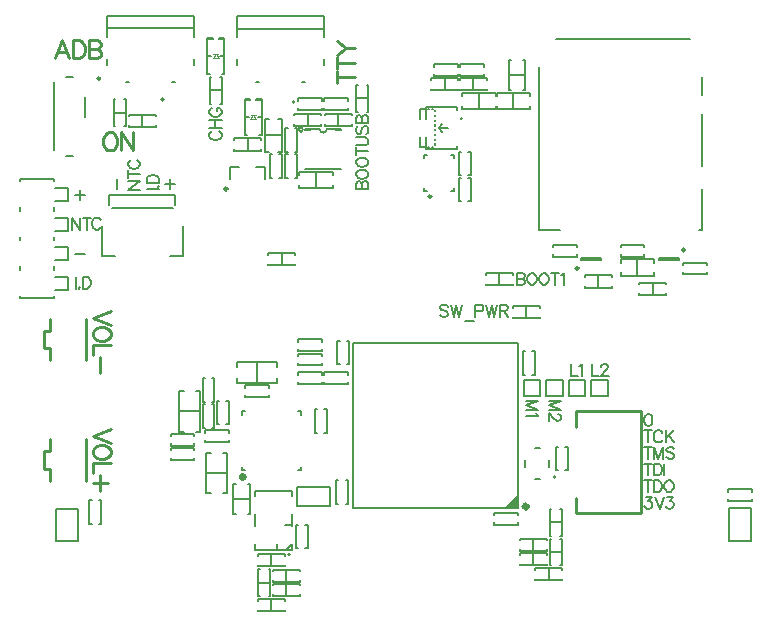
<source format=gto>
G04*
G04 #@! TF.GenerationSoftware,Altium Limited,Altium Designer,19.0.15 (446)*
G04*
G04 Layer_Color=65535*
%FSLAX42Y42*%
%MOMM*%
G71*
G01*
G75*
%ADD10C,0.25*%
%ADD11C,0.25*%
%ADD12C,0.20*%
%ADD13C,0.50*%
%ADD14C,0.10*%
%ADD15C,0.20*%
%ADD16C,0.38*%
%ADD17C,0.13*%
%ADD18C,0.15*%
%ADD19C,0.15*%
%ADD20C,0.18*%
G36*
X3870Y-4020D02*
X3970Y-3920D01*
Y-4020D01*
X3870D01*
D02*
G37*
D10*
X3492Y-720D02*
G03*
X3492Y-720I-2J0D01*
G01*
X3235Y-1380D02*
G03*
X3235Y-1380I-10J0D01*
G01*
X4460Y-4060D02*
Y-3930D01*
Y-4060D02*
X5010D01*
Y-3200D01*
X4460D02*
X5010D01*
X4460Y-3330D02*
Y-3200D01*
X10Y-3785D02*
Y-3685D01*
X-40D02*
X10D01*
X-40D02*
Y-3535D01*
X10D01*
Y-3435D01*
X310Y-3785D02*
Y-3435D01*
X10Y-2765D02*
Y-2665D01*
X-40D02*
X10D01*
X-40D02*
Y-2515D01*
X10D01*
Y-2415D01*
X310Y-2765D02*
Y-2415D01*
X522Y-2350D02*
X370Y-2408D01*
X522Y-2466D02*
X370Y-2408D01*
X522Y-2529D02*
X515Y-2515D01*
X501Y-2500D01*
X486Y-2493D01*
X464Y-2486D01*
X428D01*
X406Y-2493D01*
X392Y-2500D01*
X377Y-2515D01*
X370Y-2529D01*
Y-2558D01*
X377Y-2573D01*
X392Y-2587D01*
X406Y-2595D01*
X428Y-2602D01*
X464D01*
X486Y-2595D01*
X501Y-2587D01*
X515Y-2573D01*
X522Y-2558D01*
Y-2529D01*
Y-2637D02*
X370D01*
Y-2724D01*
X435Y-2741D02*
Y-2872D01*
X2438Y-369D02*
X2590D01*
X2438Y-420D02*
Y-318D01*
Y-249D02*
X2590D01*
X2438Y-300D02*
Y-199D01*
Y-181D02*
X2510Y-123D01*
X2590D01*
X2438Y-64D02*
X2510Y-123D01*
X522Y-3350D02*
X370Y-3408D01*
X522Y-3466D02*
X370Y-3408D01*
X522Y-3529D02*
X515Y-3515D01*
X501Y-3500D01*
X486Y-3493D01*
X464Y-3486D01*
X428D01*
X406Y-3493D01*
X392Y-3500D01*
X377Y-3515D01*
X370Y-3529D01*
Y-3558D01*
X377Y-3573D01*
X392Y-3587D01*
X406Y-3595D01*
X428Y-3602D01*
X464D01*
X486Y-3595D01*
X501Y-3587D01*
X515Y-3573D01*
X522Y-3558D01*
Y-3529D01*
Y-3637D02*
X370D01*
Y-3724D01*
X501Y-3806D02*
X370D01*
X435Y-3741D02*
Y-3872D01*
X504Y-838D02*
X489Y-845D01*
X475Y-859D01*
X467Y-874D01*
X460Y-896D01*
Y-932D01*
X467Y-954D01*
X475Y-968D01*
X489Y-983D01*
X504Y-990D01*
X533D01*
X547Y-983D01*
X562Y-968D01*
X569Y-954D01*
X576Y-932D01*
Y-896D01*
X569Y-874D01*
X562Y-859D01*
X547Y-845D01*
X533Y-838D01*
X504D01*
X612D02*
Y-990D01*
Y-838D02*
X713Y-990D01*
Y-838D02*
Y-990D01*
X166Y-210D02*
X108Y-58D01*
X50Y-210D01*
X72Y-159D02*
X144D01*
X202Y-58D02*
Y-210D01*
Y-58D02*
X252D01*
X274Y-65D01*
X289Y-79D01*
X296Y-94D01*
X303Y-116D01*
Y-152D01*
X296Y-174D01*
X289Y-188D01*
X274Y-203D01*
X252Y-210D01*
X202D01*
X337Y-58D02*
Y-210D01*
Y-58D02*
X403D01*
X424Y-65D01*
X432Y-72D01*
X439Y-87D01*
Y-101D01*
X432Y-116D01*
X424Y-123D01*
X403Y-130D01*
X337D02*
X403D01*
X424Y-137D01*
X432Y-145D01*
X439Y-159D01*
Y-181D01*
X432Y-195D01*
X424Y-203D01*
X403Y-210D01*
X337D01*
D11*
X430Y-380D02*
G03*
X430Y-380I-10J0D01*
G01*
X5383Y-1833D02*
G03*
X5383Y-1833I-12J0D01*
G01*
X4483Y-1988D02*
G03*
X4483Y-1988I-12J0D01*
G01*
X1510Y-1315D02*
G03*
X1510Y-1315I-12J0D01*
G01*
D12*
X4290Y-3755D02*
G03*
X4290Y-3755I-10J0D01*
G01*
X970Y-560D02*
G03*
X970Y-560I-10J0D01*
G01*
X2080Y-580D02*
G03*
X2080Y-580I-10J0D01*
G01*
X2040Y-4410D02*
G03*
X2040Y-4410I-10J0D01*
G01*
X5165Y-1920D02*
X5335D01*
X5165Y-1900D02*
X5335D01*
X5165Y-1920D02*
Y-1900D01*
X5335Y-1920D02*
Y-1900D01*
X4505D02*
X4675D01*
X4505Y-1920D02*
X4675D01*
Y-1900D01*
X4505Y-1920D02*
Y-1900D01*
X3870Y-4020D02*
X3970Y-3920D01*
Y-4020D02*
Y-2620D01*
X2570Y-4020D02*
Y-2620D01*
Y-4020D02*
X3970D01*
X2570Y-2620D02*
X3970D01*
X490Y-28D02*
Y43D01*
Y-267D02*
Y-217D01*
X650Y-407D02*
X680D01*
X1040D02*
X1070D01*
X1230Y-267D02*
Y-217D01*
Y-28D02*
Y43D01*
X490D02*
X1230D01*
Y152D01*
X490D02*
X1230D01*
X490Y43D02*
Y152D01*
X4290Y-50D02*
X5430D01*
X4150Y-1660D02*
Y-280D01*
Y-1660D02*
X4330D01*
X5500D02*
X5530D01*
Y-1320D01*
Y-1120D02*
Y-680D01*
Y-520D02*
Y-370D01*
X1590Y40D02*
Y150D01*
X2330D01*
Y40D02*
Y150D01*
X1590Y40D02*
X2330D01*
Y-30D02*
Y40D01*
Y-270D02*
Y-220D01*
X2140Y-410D02*
X2170D01*
X1750D02*
X1780D01*
X1590Y-270D02*
Y-220D01*
Y-30D02*
Y40D01*
X1752Y-1130D02*
X1830D01*
Y-1230D02*
Y-1130D01*
X1530D02*
X1608D01*
X1530Y-1230D02*
Y-1130D01*
X2170Y-815D02*
X2211D01*
X2429D02*
X2470D01*
X2170Y-1145D02*
X2211D01*
X2429D02*
X2470D01*
X-250Y-1250D02*
Y-1230D01*
X40D01*
Y-1250D02*
Y-1230D01*
X-250Y-2240D02*
Y-2220D01*
Y-2240D02*
X40D01*
Y-2220D01*
X50Y-2170D02*
X160D01*
Y-2060D01*
X50D02*
X160D01*
X50Y-1810D02*
X160D01*
Y-1920D02*
Y-1810D01*
X50Y-1920D02*
X160D01*
X50Y-1560D02*
X160D01*
Y-1670D02*
Y-1560D01*
X50Y-1670D02*
X160D01*
X50Y-1310D02*
X160D01*
Y-1420D02*
Y-1310D01*
X50Y-1420D02*
X160D01*
X-250Y-1500D02*
Y-1470D01*
Y-1750D02*
Y-1720D01*
Y-2000D02*
Y-1970D01*
X40Y-1500D02*
Y-1470D01*
Y-1750D02*
Y-1720D01*
Y-2000D02*
Y-1970D01*
X1740Y-4170D02*
Y-4070D01*
X2060Y-4170D02*
Y-4070D01*
X1740Y-4370D02*
Y-4320D01*
Y-4370D02*
X2060D01*
Y-4320D01*
X1740Y-3920D02*
Y-3870D01*
X2060D01*
Y-3920D02*
Y-3870D01*
X2010Y-4370D02*
X2060Y-4320D01*
X2000Y-4160D02*
X2060D01*
X1930Y-4370D02*
Y-4320D01*
D13*
X4047Y-4005D02*
G03*
X4047Y-4005I-12J0D01*
G01*
D14*
X2135Y-815D02*
G03*
X2135Y-815I-5J0D01*
G01*
X1410Y-173D02*
X1435Y-208D01*
X1410D02*
X1435D01*
X1410Y-173D02*
X1432D01*
X1388D02*
X1410D01*
X1385Y-208D02*
X1410D01*
X1385D02*
X1410Y-173D01*
X1730Y-688D02*
X1755Y-722D01*
X1730D02*
X1755D01*
X1730Y-688D02*
X1752D01*
X1708D02*
X1730D01*
X1705Y-722D02*
X1730D01*
X1705D02*
X1730Y-688D01*
D15*
X2290Y-810D02*
G03*
X2350Y-810I30J0D01*
G01*
X2148Y-815D02*
G03*
X2148Y-815I-18J0D01*
G01*
X2350Y-810D02*
X2470D01*
X2170D02*
X2290D01*
X2170Y-1150D02*
X2470D01*
X2599Y-1320D02*
X2701D01*
X2599D02*
Y-1276D01*
X2604Y-1262D01*
X2609Y-1257D01*
X2619Y-1252D01*
X2628D01*
X2638Y-1257D01*
X2643Y-1262D01*
X2648Y-1276D01*
Y-1320D02*
Y-1276D01*
X2652Y-1262D01*
X2657Y-1257D01*
X2667Y-1252D01*
X2681D01*
X2691Y-1257D01*
X2696Y-1262D01*
X2701Y-1276D01*
Y-1320D01*
X2599Y-1201D02*
X2604Y-1210D01*
X2614Y-1220D01*
X2623Y-1225D01*
X2638Y-1230D01*
X2662D01*
X2677Y-1225D01*
X2686Y-1220D01*
X2696Y-1210D01*
X2701Y-1201D01*
Y-1181D01*
X2696Y-1172D01*
X2686Y-1162D01*
X2677Y-1157D01*
X2662Y-1152D01*
X2638D01*
X2623Y-1157D01*
X2614Y-1162D01*
X2604Y-1172D01*
X2599Y-1181D01*
Y-1201D01*
Y-1099D02*
X2604Y-1109D01*
X2614Y-1119D01*
X2623Y-1124D01*
X2638Y-1128D01*
X2662D01*
X2677Y-1124D01*
X2686Y-1119D01*
X2696Y-1109D01*
X2701Y-1099D01*
Y-1080D01*
X2696Y-1070D01*
X2686Y-1061D01*
X2677Y-1056D01*
X2662Y-1051D01*
X2638D01*
X2623Y-1056D01*
X2614Y-1061D01*
X2604Y-1070D01*
X2599Y-1080D01*
Y-1099D01*
Y-993D02*
X2701D01*
X2599Y-1027D02*
Y-960D01*
Y-948D02*
X2672D01*
X2686Y-943D01*
X2696Y-933D01*
X2701Y-919D01*
Y-909D01*
X2696Y-894D01*
X2686Y-885D01*
X2672Y-880D01*
X2599D01*
X2614Y-784D02*
X2604Y-794D01*
X2599Y-808D01*
Y-828D01*
X2604Y-842D01*
X2614Y-852D01*
X2623D01*
X2633Y-847D01*
X2638Y-842D01*
X2643Y-832D01*
X2652Y-803D01*
X2657Y-794D01*
X2662Y-789D01*
X2672Y-784D01*
X2686D01*
X2696Y-794D01*
X2701Y-808D01*
Y-828D01*
X2696Y-842D01*
X2686Y-852D01*
X2599Y-761D02*
X2701D01*
X2599D02*
Y-718D01*
X2604Y-703D01*
X2609Y-698D01*
X2619Y-694D01*
X2628D01*
X2638Y-698D01*
X2643Y-703D01*
X2648Y-718D01*
Y-761D02*
Y-718D01*
X2652Y-703D01*
X2657Y-698D01*
X2667Y-694D01*
X2681D01*
X2691Y-698D01*
X2696Y-703D01*
X2701Y-718D01*
Y-761D01*
X3378Y-2313D02*
X3368Y-2303D01*
X3354Y-2298D01*
X3334D01*
X3320Y-2303D01*
X3310Y-2313D01*
Y-2323D01*
X3315Y-2332D01*
X3320Y-2337D01*
X3329Y-2342D01*
X3358Y-2352D01*
X3368Y-2356D01*
X3373Y-2361D01*
X3378Y-2371D01*
Y-2385D01*
X3368Y-2395D01*
X3354Y-2400D01*
X3334D01*
X3320Y-2395D01*
X3310Y-2385D01*
X3400Y-2298D02*
X3425Y-2400D01*
X3449Y-2298D02*
X3425Y-2400D01*
X3449Y-2298D02*
X3473Y-2400D01*
X3497Y-2298D02*
X3473Y-2400D01*
X3518Y-2434D02*
X3595D01*
X3608Y-2352D02*
X3651D01*
X3666Y-2347D01*
X3671Y-2342D01*
X3676Y-2332D01*
Y-2318D01*
X3671Y-2308D01*
X3666Y-2303D01*
X3651Y-2298D01*
X3608D01*
Y-2400D01*
X3698Y-2298D02*
X3723Y-2400D01*
X3747Y-2298D02*
X3723Y-2400D01*
X3747Y-2298D02*
X3771Y-2400D01*
X3795Y-2298D02*
X3771Y-2400D01*
X3815Y-2298D02*
Y-2400D01*
Y-2298D02*
X3859D01*
X3874Y-2303D01*
X3878Y-2308D01*
X3883Y-2318D01*
Y-2327D01*
X3878Y-2337D01*
X3874Y-2342D01*
X3859Y-2347D01*
X3815D01*
X3849D02*
X3883Y-2400D01*
X3960Y-2028D02*
Y-2130D01*
Y-2028D02*
X4004D01*
X4018Y-2033D01*
X4023Y-2038D01*
X4028Y-2048D01*
Y-2057D01*
X4023Y-2067D01*
X4018Y-2072D01*
X4004Y-2077D01*
X3960D02*
X4004D01*
X4018Y-2082D01*
X4023Y-2086D01*
X4028Y-2096D01*
Y-2111D01*
X4023Y-2120D01*
X4018Y-2125D01*
X4004Y-2130D01*
X3960D01*
X4079Y-2028D02*
X4070Y-2033D01*
X4060Y-2043D01*
X4055Y-2053D01*
X4050Y-2067D01*
Y-2091D01*
X4055Y-2106D01*
X4060Y-2115D01*
X4070Y-2125D01*
X4079Y-2130D01*
X4099D01*
X4108Y-2125D01*
X4118Y-2115D01*
X4123Y-2106D01*
X4128Y-2091D01*
Y-2067D01*
X4123Y-2053D01*
X4118Y-2043D01*
X4108Y-2033D01*
X4099Y-2028D01*
X4079D01*
X4181D02*
X4171Y-2033D01*
X4161Y-2043D01*
X4156Y-2053D01*
X4152Y-2067D01*
Y-2091D01*
X4156Y-2106D01*
X4161Y-2115D01*
X4171Y-2125D01*
X4181Y-2130D01*
X4200D01*
X4210Y-2125D01*
X4219Y-2115D01*
X4224Y-2106D01*
X4229Y-2091D01*
Y-2067D01*
X4224Y-2053D01*
X4219Y-2043D01*
X4210Y-2033D01*
X4200Y-2028D01*
X4181D01*
X4287D02*
Y-2130D01*
X4253Y-2028D02*
X4320D01*
X4332Y-2048D02*
X4342Y-2043D01*
X4357Y-2028D01*
Y-2130D01*
X5074Y-3361D02*
Y-3462D01*
X5040Y-3361D02*
X5108D01*
X5192Y-3385D02*
X5188Y-3375D01*
X5178Y-3366D01*
X5168Y-3361D01*
X5149D01*
X5139Y-3366D01*
X5129Y-3375D01*
X5125Y-3385D01*
X5120Y-3400D01*
Y-3424D01*
X5125Y-3438D01*
X5129Y-3448D01*
X5139Y-3458D01*
X5149Y-3462D01*
X5168D01*
X5178Y-3458D01*
X5188Y-3448D01*
X5192Y-3438D01*
X5221Y-3361D02*
Y-3462D01*
X5289Y-3361D02*
X5221Y-3429D01*
X5245Y-3404D02*
X5289Y-3462D01*
X5074Y-3501D02*
Y-3603D01*
X5040Y-3501D02*
X5108D01*
X5120D02*
Y-3603D01*
Y-3501D02*
X5159Y-3603D01*
X5197Y-3501D02*
X5159Y-3603D01*
X5197Y-3501D02*
Y-3603D01*
X5294Y-3515D02*
X5284Y-3506D01*
X5270Y-3501D01*
X5250D01*
X5236Y-3506D01*
X5226Y-3515D01*
Y-3525D01*
X5231Y-3535D01*
X5236Y-3540D01*
X5246Y-3544D01*
X5275Y-3554D01*
X5284Y-3559D01*
X5289Y-3564D01*
X5294Y-3573D01*
Y-3588D01*
X5284Y-3598D01*
X5270Y-3603D01*
X5250D01*
X5236Y-3598D01*
X5226Y-3588D01*
X5074Y-3641D02*
Y-3742D01*
X5040Y-3641D02*
X5108D01*
X5120D02*
Y-3742D01*
Y-3641D02*
X5154D01*
X5168Y-3646D01*
X5178Y-3655D01*
X5183Y-3665D01*
X5188Y-3680D01*
Y-3704D01*
X5183Y-3718D01*
X5178Y-3728D01*
X5168Y-3738D01*
X5154Y-3742D01*
X5120D01*
X5210Y-3641D02*
Y-3742D01*
X5074Y-3781D02*
Y-3883D01*
X5040Y-3781D02*
X5108D01*
X5120D02*
Y-3883D01*
Y-3781D02*
X5154D01*
X5168Y-3786D01*
X5178Y-3795D01*
X5183Y-3805D01*
X5188Y-3820D01*
Y-3844D01*
X5183Y-3858D01*
X5178Y-3868D01*
X5168Y-3878D01*
X5154Y-3883D01*
X5120D01*
X5239Y-3781D02*
X5230Y-3786D01*
X5220Y-3795D01*
X5215Y-3805D01*
X5210Y-3820D01*
Y-3844D01*
X5215Y-3858D01*
X5220Y-3868D01*
X5230Y-3878D01*
X5239Y-3883D01*
X5259D01*
X5268Y-3878D01*
X5278Y-3868D01*
X5283Y-3858D01*
X5288Y-3844D01*
Y-3820D01*
X5283Y-3805D01*
X5278Y-3795D01*
X5268Y-3786D01*
X5259Y-3781D01*
X5239D01*
X5050Y-3921D02*
X5103D01*
X5074Y-3960D01*
X5088D01*
X5098Y-3964D01*
X5103Y-3969D01*
X5108Y-3984D01*
Y-3993D01*
X5103Y-4008D01*
X5093Y-4018D01*
X5079Y-4022D01*
X5064D01*
X5050Y-4018D01*
X5045Y-4013D01*
X5040Y-4003D01*
X5130Y-3921D02*
X5169Y-4022D01*
X5208Y-3921D02*
X5169Y-4022D01*
X5231Y-3921D02*
X5284D01*
X5255Y-3960D01*
X5269D01*
X5279Y-3964D01*
X5284Y-3969D01*
X5289Y-3984D01*
Y-3993D01*
X5284Y-4008D01*
X5274Y-4018D01*
X5260Y-4022D01*
X5245D01*
X5231Y-4018D01*
X5226Y-4013D01*
X5221Y-4003D01*
X5069Y-3221D02*
X5055Y-3226D01*
X5045Y-3240D01*
X5040Y-3264D01*
Y-3279D01*
X5045Y-3303D01*
X5055Y-3318D01*
X5069Y-3322D01*
X5079D01*
X5093Y-3318D01*
X5103Y-3303D01*
X5108Y-3279D01*
Y-3264D01*
X5103Y-3240D01*
X5093Y-3226D01*
X5079Y-3221D01*
X5069D01*
X983Y-1276D02*
X1070D01*
X1026Y-1320D02*
Y-1233D01*
X668Y-1321D02*
X770D01*
X668D02*
X770Y-1253D01*
X668D02*
X770D01*
X668Y-1191D02*
X770D01*
X668Y-1225D02*
Y-1158D01*
X693Y-1073D02*
X683Y-1078D01*
X673Y-1087D01*
X668Y-1097D01*
Y-1116D01*
X673Y-1126D01*
X683Y-1136D01*
X693Y-1141D01*
X707Y-1145D01*
X731D01*
X746Y-1141D01*
X755Y-1136D01*
X765Y-1126D01*
X770Y-1116D01*
Y-1097D01*
X765Y-1087D01*
X755Y-1078D01*
X746Y-1073D01*
X576Y-1320D02*
Y-1233D01*
X828Y-1320D02*
X930D01*
X920Y-1294D02*
X925Y-1299D01*
X930Y-1294D01*
X925Y-1289D01*
X920Y-1294D01*
X828Y-1267D02*
X930D01*
X828D02*
Y-1233D01*
X833Y-1218D01*
X843Y-1209D01*
X853Y-1204D01*
X867Y-1199D01*
X891D01*
X906Y-1204D01*
X915Y-1209D01*
X925Y-1218D01*
X930Y-1233D01*
Y-1267D01*
X1383Y-827D02*
X1373Y-832D01*
X1363Y-842D01*
X1358Y-852D01*
Y-871D01*
X1363Y-881D01*
X1373Y-890D01*
X1383Y-895D01*
X1397Y-900D01*
X1421D01*
X1436Y-895D01*
X1445Y-890D01*
X1455Y-881D01*
X1460Y-871D01*
Y-852D01*
X1455Y-842D01*
X1445Y-832D01*
X1436Y-827D01*
X1358Y-799D02*
X1460D01*
X1358Y-731D02*
X1460D01*
X1407Y-799D02*
Y-731D01*
X1383Y-631D02*
X1373Y-635D01*
X1363Y-645D01*
X1358Y-655D01*
Y-674D01*
X1363Y-684D01*
X1373Y-693D01*
X1383Y-698D01*
X1397Y-703D01*
X1421D01*
X1436Y-698D01*
X1445Y-693D01*
X1455Y-684D01*
X1460Y-674D01*
Y-655D01*
X1455Y-645D01*
X1445Y-635D01*
X1436Y-631D01*
X1421D01*
Y-655D02*
Y-631D01*
X4142Y-3110D02*
X4040D01*
X4142D02*
X4040Y-3149D01*
X4142Y-3187D02*
X4040Y-3149D01*
X4142Y-3187D02*
X4040D01*
X4122Y-3216D02*
X4127Y-3226D01*
X4142Y-3241D01*
X4040D01*
X4332Y-3110D02*
X4230D01*
X4332D02*
X4230Y-3149D01*
X4332Y-3187D02*
X4230Y-3149D01*
X4332Y-3187D02*
X4230D01*
X4307Y-3221D02*
X4312D01*
X4322Y-3226D01*
X4327Y-3231D01*
X4332Y-3241D01*
Y-3260D01*
X4327Y-3270D01*
X4322Y-3274D01*
X4312Y-3279D01*
X4303D01*
X4293Y-3274D01*
X4278Y-3265D01*
X4230Y-3216D01*
Y-3284D01*
X4420Y-2798D02*
Y-2900D01*
X4478D01*
X4489Y-2818D02*
X4499Y-2813D01*
X4513Y-2798D01*
Y-2900D01*
X4600Y-2798D02*
Y-2900D01*
X4658D01*
X4674Y-2823D02*
Y-2818D01*
X4679Y-2808D01*
X4684Y-2803D01*
X4693Y-2798D01*
X4713D01*
X4722Y-2803D01*
X4727Y-2808D01*
X4732Y-2818D01*
Y-2827D01*
X4727Y-2837D01*
X4718Y-2852D01*
X4669Y-2900D01*
X4737D01*
X264Y-1323D02*
Y-1410D01*
X220Y-1366D02*
X307D01*
X190Y-1558D02*
Y-1660D01*
Y-1558D02*
X258Y-1660D01*
Y-1558D02*
Y-1660D01*
X320Y-1558D02*
Y-1660D01*
X286Y-1558D02*
X353D01*
X438Y-1583D02*
X433Y-1573D01*
X424Y-1563D01*
X414Y-1558D01*
X395D01*
X385Y-1563D01*
X375Y-1573D01*
X370Y-1583D01*
X366Y-1597D01*
Y-1621D01*
X370Y-1636D01*
X375Y-1645D01*
X385Y-1655D01*
X395Y-1660D01*
X414D01*
X424Y-1655D01*
X433Y-1645D01*
X438Y-1636D01*
X220Y-1866D02*
X307D01*
X230Y-2058D02*
Y-2160D01*
X256Y-2150D02*
X251Y-2155D01*
X256Y-2160D01*
X261Y-2155D01*
X256Y-2150D01*
X283Y-2058D02*
Y-2160D01*
Y-2058D02*
X317D01*
X332Y-2063D01*
X341Y-2073D01*
X346Y-2083D01*
X351Y-2097D01*
Y-2121D01*
X346Y-2136D01*
X341Y-2145D01*
X332Y-2155D01*
X317Y-2160D01*
X283D01*
D16*
X1657Y-3755D02*
G03*
X1657Y-3755I-18J0D01*
G01*
D17*
X5944Y-4295D02*
Y-4020D01*
X5757D02*
X5944D01*
X5757Y-4295D02*
X5944D01*
X5757D02*
Y-4020D01*
X56Y-4297D02*
Y-4022D01*
Y-4297D02*
X243D01*
X56Y-4022D02*
X243D01*
Y-4297D02*
Y-4022D01*
X140Y-1035D02*
X200D01*
X140Y-365D02*
X200D01*
X40Y-990D02*
Y-410D01*
X300Y-710D02*
Y-540D01*
X3175Y-1330D02*
X3200D01*
X3175D02*
Y-1305D01*
Y-1055D02*
Y-1030D01*
X3200D01*
X3400Y-1330D02*
X3425D01*
Y-1305D01*
X3400Y-1030D02*
X3425D01*
Y-1055D02*
Y-1030D01*
X530Y-1480D02*
X1050D01*
X1130Y-1880D02*
Y-1630D01*
X1020Y-1880D02*
X1130D01*
X450D02*
Y-1630D01*
Y-1880D02*
X560D01*
X510Y-1450D02*
Y-1370D01*
X1070D01*
Y-1450D02*
Y-1370D01*
X4233Y-3672D02*
Y-3612D01*
X4033Y-3672D02*
Y-3612D01*
X4112Y-3512D02*
X4153D01*
X4112Y-3772D02*
X4153D01*
D18*
X3300Y-800D02*
X3330Y-770D01*
X3300Y-800D02*
X3330Y-830D01*
X3300Y-800D02*
X3380D01*
X3270Y-780D02*
Y-770D01*
Y-820D02*
Y-810D01*
Y-740D02*
Y-730D01*
Y-860D02*
Y-850D01*
Y-900D02*
Y-890D01*
Y-700D02*
Y-690D01*
Y-660D02*
Y-650D01*
X3240Y-640D02*
X3250D01*
X3210D02*
X3220D01*
X3270Y-940D02*
Y-930D01*
X3240Y-960D02*
X3250D01*
X3210D02*
X3220D01*
X3190Y-720D02*
Y-620D01*
X3450D01*
Y-650D02*
Y-620D01*
X3190Y-980D02*
Y-880D01*
Y-980D02*
X3450D01*
Y-950D01*
X3140Y-960D02*
X3190D01*
X3140D02*
X3140Y-880D01*
X3140Y-720D02*
Y-640D01*
X3190D01*
X1630Y-3200D02*
X1656D01*
X2130Y-3226D02*
Y-3200D01*
X1630Y-3700D02*
Y-3674D01*
X2130Y-3700D02*
Y-3674D01*
X2104Y-3200D02*
X2130D01*
X1630Y-3226D02*
Y-3200D01*
Y-3700D02*
X1656D01*
X2104D02*
X2130D01*
D19*
X3640Y-640D02*
Y-500D01*
X3500Y-530D02*
Y-500D01*
X3780D01*
Y-530D02*
Y-500D01*
Y-640D02*
Y-610D01*
X3500Y-640D02*
X3780D01*
X3500D02*
Y-610D01*
X3480Y-280D02*
Y-260D01*
X3680D01*
Y-280D02*
Y-260D01*
Y-360D02*
Y-340D01*
X3480Y-360D02*
X3680D01*
X3480D02*
Y-340D01*
X3590Y-481D02*
Y-379D01*
X3704Y-481D02*
Y-468D01*
X3476Y-481D02*
X3704D01*
X3476D02*
Y-468D01*
Y-392D02*
Y-379D01*
X3704D01*
Y-392D02*
Y-379D01*
X3790Y-640D02*
Y-610D01*
Y-640D02*
X4070D01*
Y-610D01*
Y-530D02*
Y-500D01*
X3790D02*
X4070D01*
X3790Y-530D02*
Y-500D01*
X3930Y-640D02*
Y-500D01*
X2090Y-4360D02*
X2110D01*
X2090D02*
Y-4160D01*
X2110D01*
X2170D02*
X2190D01*
Y-4360D02*
Y-4160D01*
X2170Y-4360D02*
X2190D01*
X1560Y-3940D02*
X1700D01*
X1681Y-3813D02*
X1700D01*
Y-4067D02*
Y-3813D01*
X1681Y-4067D02*
X1700D01*
X1560D02*
X1579D01*
X1560D02*
Y-3813D01*
X1579D01*
X340Y-3950D02*
X360D01*
X340Y-4150D02*
Y-3950D01*
Y-4150D02*
X360D01*
X420D02*
X440D01*
Y-3950D01*
X420D02*
X440D01*
X5750Y-3960D02*
Y-3940D01*
Y-3960D02*
X5950D01*
Y-3940D01*
Y-3880D02*
Y-3860D01*
X5750D02*
X5950D01*
X5750Y-3880D02*
Y-3860D01*
X3350Y-481D02*
Y-379D01*
X3236Y-392D02*
Y-379D01*
X3464D01*
Y-392D02*
Y-379D01*
Y-481D02*
Y-468D01*
X3236Y-481D02*
X3464D01*
X3236D02*
Y-468D01*
X3460Y-360D02*
Y-340D01*
X3260Y-360D02*
X3460D01*
X3260D02*
Y-340D01*
Y-280D02*
Y-260D01*
X3460D01*
Y-280D02*
Y-260D01*
X2330Y-2970D02*
Y-2950D01*
Y-2970D02*
X2530D01*
Y-2950D01*
Y-2890D02*
Y-2870D01*
X2330D02*
X2530D01*
X2330Y-2890D02*
Y-2870D01*
X2307Y-2810D02*
Y-2790D01*
X2107Y-2810D02*
X2307D01*
X2107D02*
Y-2790D01*
Y-2730D02*
Y-2710D01*
X2307D01*
Y-2730D02*
Y-2710D01*
X2107Y-2890D02*
Y-2870D01*
X2307D01*
Y-2890D02*
Y-2870D01*
Y-2970D02*
Y-2950D01*
X2107Y-2970D02*
X2307D01*
X2107D02*
Y-2950D01*
Y-2690D02*
Y-2670D01*
Y-2690D02*
X2307D01*
Y-2670D01*
Y-2610D02*
Y-2590D01*
X2107D02*
X2307D01*
X2107Y-2610D02*
Y-2590D01*
X4040Y-2411D02*
Y-2309D01*
X3926Y-2322D02*
Y-2309D01*
X4154D01*
Y-2322D02*
Y-2309D01*
Y-2411D02*
Y-2398D01*
X3926Y-2411D02*
X4154D01*
X3926D02*
Y-2398D01*
X1520Y-3380D02*
Y-3360D01*
X1320D02*
X1520D01*
X1320Y-3380D02*
Y-3360D01*
Y-3460D02*
Y-3440D01*
Y-3460D02*
X1520D01*
Y-3440D01*
X2599Y-550D02*
X2701D01*
X2688Y-436D02*
X2701D01*
Y-664D02*
Y-436D01*
X2688Y-664D02*
X2701D01*
X2599D02*
X2612D01*
X2599D02*
Y-436D01*
X2612D01*
X5224Y-2122D02*
Y-2109D01*
X4996D02*
X5224D01*
X4996Y-2122D02*
Y-2109D01*
Y-2211D02*
Y-2198D01*
Y-2211D02*
X5224D01*
Y-2198D01*
X5110Y-2211D02*
Y-2109D01*
X5040Y-1810D02*
Y-1790D01*
X4840D02*
X5040D01*
X4840Y-1810D02*
Y-1790D01*
Y-1890D02*
Y-1870D01*
Y-1890D02*
X5040D01*
Y-1870D01*
X5570Y-1960D02*
Y-1940D01*
X5370D02*
X5570D01*
X5370Y-1960D02*
Y-1940D01*
Y-2040D02*
Y-2020D01*
Y-2040D02*
X5570D01*
Y-2020D01*
X5120Y-1940D02*
Y-1910D01*
X4840D02*
X5120D01*
X4840Y-1940D02*
Y-1910D01*
Y-2050D02*
Y-2020D01*
Y-2050D02*
X5120D01*
Y-2020D01*
X4980Y-2050D02*
Y-1910D01*
X4536Y-2151D02*
Y-2138D01*
Y-2151D02*
X4764D01*
Y-2138D01*
Y-2062D02*
Y-2049D01*
X4536D02*
X4764D01*
X4536Y-2062D02*
Y-2049D01*
X4650Y-2151D02*
Y-2049D01*
X4270Y-1890D02*
Y-1870D01*
Y-1890D02*
X4470D01*
Y-1870D01*
Y-1810D02*
Y-1790D01*
X4270D02*
X4470D01*
X4270Y-1810D02*
Y-1790D01*
X3550Y-1220D02*
X3570D01*
Y-1420D02*
Y-1220D01*
X3550Y-1420D02*
X3570D01*
X3470D02*
X3490D01*
X3470D02*
Y-1220D01*
X3490D01*
X2084Y-1872D02*
Y-1859D01*
X1856D02*
X2084D01*
X1856Y-1872D02*
Y-1859D01*
Y-1961D02*
Y-1948D01*
Y-1961D02*
X2084D01*
Y-1948D01*
X1970Y-1961D02*
Y-1859D01*
X790Y-791D02*
Y-689D01*
X676Y-702D02*
Y-689D01*
X904D01*
Y-702D02*
Y-689D01*
Y-791D02*
Y-778D01*
X676Y-791D02*
X904D01*
X676D02*
Y-778D01*
X4239Y-4140D02*
X4341D01*
X4328Y-4026D02*
X4341D01*
Y-4254D02*
Y-4026D01*
X4328Y-4254D02*
X4341D01*
X4239D02*
X4252D01*
X4239D02*
Y-4026D01*
X4252D01*
X4239Y-4390D02*
X4341D01*
X4328Y-4276D02*
X4341D01*
Y-4504D02*
Y-4276D01*
X4328Y-4504D02*
X4341D01*
X4239D02*
X4252D01*
X4239D02*
Y-4276D01*
X4252D01*
X4100Y-4501D02*
Y-4399D01*
X3986Y-4412D02*
Y-4399D01*
X4214D01*
Y-4412D02*
Y-4399D01*
Y-4501D02*
Y-4488D01*
X3986Y-4501D02*
X4214D01*
X3986D02*
Y-4488D01*
X4230Y-4631D02*
Y-4529D01*
X4344Y-4631D02*
Y-4618D01*
X4116Y-4631D02*
X4344D01*
X4116D02*
Y-4618D01*
Y-4542D02*
Y-4529D01*
X4344D01*
Y-4542D02*
Y-4529D01*
X2520Y-2600D02*
X2540D01*
Y-2800D02*
Y-2600D01*
X2520Y-2800D02*
X2540D01*
X2440D02*
X2460D01*
X2440D02*
Y-2600D01*
X2460D01*
X3770Y-4160D02*
Y-4140D01*
Y-4160D02*
X3970D01*
Y-4140D01*
Y-4080D02*
Y-4060D01*
X3770D02*
X3970D01*
X3770Y-4080D02*
Y-4060D01*
X4290Y-3500D02*
X4310D01*
X4290Y-3700D02*
Y-3500D01*
Y-3700D02*
X4310D01*
X4370D02*
X4390D01*
Y-3500D01*
X4370D02*
X4390D01*
X3550Y-1000D02*
X3570D01*
Y-1200D02*
Y-1000D01*
X3550Y-1200D02*
X3570D01*
X3470D02*
X3490D01*
X3470D02*
Y-1000D01*
X3490D01*
X2400Y-1200D02*
Y-1170D01*
X2120D02*
X2400D01*
X2120Y-1200D02*
Y-1170D01*
Y-1310D02*
Y-1280D01*
Y-1310D02*
X2400D01*
Y-1280D01*
X2260Y-1310D02*
Y-1170D01*
X1950Y-1220D02*
X1970D01*
Y-1020D01*
X1950D02*
X1970D01*
X1870D02*
X1890D01*
X1870Y-1220D02*
Y-1020D01*
Y-1220D02*
X1890D01*
X2080D02*
X2100D01*
Y-1020D01*
X2080D02*
X2100D01*
X2000D02*
X2020D01*
X2000Y-1220D02*
Y-1020D01*
Y-1220D02*
X2020D01*
X2000Y-800D02*
X2020D01*
X2000Y-1000D02*
Y-800D01*
Y-1000D02*
X2020D01*
X2080D02*
X2100D01*
Y-800D01*
X2080D02*
X2100D01*
X2110Y-650D02*
Y-630D01*
Y-650D02*
X2310D01*
Y-630D01*
Y-570D02*
Y-550D01*
X2110D02*
X2310D01*
X2110Y-570D02*
Y-550D01*
X2530Y-570D02*
Y-550D01*
X2330D02*
X2530D01*
X2330Y-570D02*
Y-550D01*
Y-650D02*
Y-630D01*
Y-650D02*
X2530D01*
Y-630D01*
X1940Y-1000D02*
X1970D01*
Y-720D01*
X1940D02*
X1970D01*
X1830D02*
X1860D01*
X1830Y-1000D02*
Y-720D01*
Y-1000D02*
X1860D01*
X1830Y-860D02*
X1970D01*
X1340Y-190D02*
X1375D01*
X1445D02*
X1480D01*
X1461Y-342D02*
X1480D01*
Y-40D01*
X1435Y-50D02*
X1480D01*
X1340D02*
X1385D01*
X1340Y-342D02*
Y-40D01*
Y-342D02*
X1359D01*
X1480Y-50D02*
Y-38D01*
X1435D02*
X1480D01*
X1435Y-50D02*
Y-38D01*
X1340Y-50D02*
Y-38D01*
X1385D01*
Y-50D02*
Y-38D01*
X1660Y-705D02*
X1695D01*
X1765D02*
X1800D01*
X1705Y-565D02*
Y-553D01*
X1660D02*
X1705D01*
X1660Y-565D02*
Y-553D01*
X1755Y-565D02*
Y-553D01*
X1800D01*
Y-565D02*
Y-553D01*
X1660Y-857D02*
X1679D01*
X1660D02*
Y-555D01*
Y-565D02*
X1705D01*
X1755D02*
X1800D01*
Y-857D02*
Y-555D01*
X1781Y-857D02*
X1800D01*
X1359Y-366D02*
X1372D01*
X1359Y-594D02*
Y-366D01*
Y-594D02*
X1372D01*
X1448D02*
X1461D01*
Y-366D01*
X1448D02*
X1461D01*
X1359Y-480D02*
X1461D01*
X3986Y-4381D02*
Y-4368D01*
Y-4381D02*
X4214D01*
Y-4368D01*
Y-4292D02*
Y-4279D01*
X3986D02*
X4214D01*
X3986Y-4292D02*
Y-4279D01*
X4100Y-4381D02*
Y-4279D01*
X1794Y-902D02*
Y-889D01*
X1566D02*
X1794D01*
X1566Y-902D02*
Y-889D01*
Y-991D02*
Y-978D01*
Y-991D02*
X1794D01*
Y-978D01*
X1680Y-991D02*
Y-889D01*
X2076Y-781D02*
Y-768D01*
Y-781D02*
X2304D01*
Y-768D01*
Y-692D02*
Y-679D01*
X2076D02*
X2304D01*
X2076Y-692D02*
Y-679D01*
X2190Y-781D02*
Y-679D01*
X2564Y-692D02*
Y-679D01*
X2336D02*
X2564D01*
X2336Y-692D02*
Y-679D01*
Y-781D02*
Y-768D01*
Y-781D02*
X2564D01*
Y-768D01*
X2450Y-781D02*
Y-679D01*
X549Y-556D02*
X562D01*
X549Y-784D02*
Y-556D01*
Y-784D02*
X562D01*
X638D02*
X651D01*
Y-556D01*
X638D02*
X651D01*
X549Y-670D02*
X651D01*
X4010Y-2690D02*
X4030D01*
X4010Y-2890D02*
Y-2690D01*
Y-2890D02*
X4030D01*
X4090D02*
X4110D01*
Y-2690D01*
X4090D02*
X4110D01*
X3924Y-2042D02*
Y-2029D01*
X3696D02*
X3924D01*
X3696Y-2042D02*
Y-2029D01*
Y-2131D02*
Y-2118D01*
Y-2131D02*
X3924D01*
Y-2118D01*
X3810Y-2131D02*
Y-2029D01*
X4011Y-477D02*
X4030D01*
Y-223D01*
X4011D02*
X4030D01*
X3890D02*
X3909D01*
X3890Y-477D02*
Y-223D01*
Y-477D02*
X3909D01*
X3890Y-350D02*
X4030D01*
X2250Y-3180D02*
X2270D01*
X2250Y-3380D02*
Y-3180D01*
Y-3380D02*
X2270D01*
X2330D02*
X2350D01*
Y-3180D01*
X2330D02*
X2350D01*
X1330Y-3720D02*
X1510D01*
X1470Y-3890D02*
X1510D01*
Y-3550D01*
X1470D02*
X1510D01*
X1330D02*
X1370D01*
X1330Y-3890D02*
Y-3550D01*
Y-3890D02*
X1370D01*
X1030Y-3610D02*
Y-3590D01*
Y-3610D02*
X1230D01*
Y-3590D01*
Y-3530D02*
Y-3510D01*
X1030D02*
X1230D01*
X1030Y-3530D02*
Y-3510D01*
X1300Y-3140D02*
X1320D01*
X1300Y-3340D02*
Y-3140D01*
Y-3340D02*
X1320D01*
X1380D02*
X1400D01*
Y-3140D01*
X1380D02*
X1400D01*
X1420Y-3110D02*
X1440D01*
X1420Y-3310D02*
Y-3110D01*
Y-3310D02*
X1440D01*
X1500D02*
X1520D01*
Y-3110D01*
X1500D02*
X1520D01*
X1100Y-3200D02*
X1280D01*
X1100Y-3030D02*
X1140D01*
X1100Y-3370D02*
Y-3030D01*
Y-3370D02*
X1140D01*
X1240D02*
X1280D01*
Y-3030D01*
X1240D02*
X1280D01*
X1380Y-3120D02*
X1400D01*
Y-2920D01*
X1380D02*
X1400D01*
X1300D02*
X1320D01*
X1300Y-3120D02*
Y-2920D01*
Y-3120D02*
X1320D01*
X1660Y-3080D02*
Y-3060D01*
Y-3080D02*
X1860D01*
Y-3060D01*
Y-3000D02*
Y-2980D01*
X1660D02*
X1860D01*
X1660Y-3000D02*
Y-2980D01*
X1760Y-2960D02*
Y-2780D01*
X1590Y-2960D02*
Y-2920D01*
Y-2960D02*
X1930D01*
Y-2920D01*
Y-2820D02*
Y-2780D01*
X1590D02*
X1930D01*
X1590Y-2820D02*
Y-2780D01*
X1030Y-3490D02*
Y-3470D01*
Y-3490D02*
X1230D01*
Y-3470D01*
Y-3410D02*
Y-3390D01*
X1030D02*
X1230D01*
X1030Y-3410D02*
Y-3390D01*
X1880Y-4891D02*
Y-4789D01*
X1994Y-4891D02*
Y-4878D01*
X1766Y-4891D02*
X1994D01*
X1766D02*
Y-4878D01*
Y-4802D02*
Y-4789D01*
X1994D01*
Y-4802D02*
Y-4789D01*
X2124Y-4672D02*
Y-4659D01*
X1896D02*
X2124D01*
X1896Y-4672D02*
Y-4659D01*
Y-4761D02*
Y-4748D01*
Y-4761D02*
X2124D01*
Y-4748D01*
X2010Y-4761D02*
Y-4659D01*
X1769Y-4650D02*
X1871D01*
X1769Y-4764D02*
X1782D01*
X1769D02*
Y-4536D01*
X1782D01*
X1858D02*
X1871D01*
Y-4764D02*
Y-4536D01*
X1858Y-4764D02*
X1871D01*
X2010Y-4641D02*
Y-4539D01*
X2124Y-4641D02*
Y-4628D01*
X1896Y-4641D02*
X2124D01*
X1896D02*
Y-4628D01*
Y-4552D02*
Y-4539D01*
X2124D01*
Y-4552D02*
Y-4539D01*
X1880Y-4511D02*
Y-4409D01*
X1766Y-4422D02*
Y-4409D01*
X1994D01*
Y-4422D02*
Y-4409D01*
Y-4511D02*
Y-4498D01*
X1766Y-4511D02*
X1994D01*
X1766D02*
Y-4498D01*
X2430Y-3980D02*
X2450D01*
X2430D02*
Y-3780D01*
X2450D01*
X2510D02*
X2530D01*
Y-3980D02*
Y-3780D01*
X2510Y-3980D02*
X2530D01*
D20*
X4020Y-3070D02*
Y-2930D01*
X4160D01*
Y-3070D02*
Y-2930D01*
X4020Y-3070D02*
X4160D01*
X4590D02*
Y-2930D01*
X4730D01*
Y-3070D02*
Y-2930D01*
X4590Y-3070D02*
X4730D01*
X4210D02*
Y-2930D01*
X4350D01*
Y-3070D02*
Y-2930D01*
X4210Y-3070D02*
X4350D01*
X4400Y-2930D02*
X4540D01*
Y-3070D02*
Y-2930D01*
X4400Y-3070D02*
X4540D01*
X4400D02*
Y-2930D01*
X2380Y-4000D02*
Y-3840D01*
X2100D02*
X2380D01*
X2100Y-4000D02*
Y-3840D01*
Y-4000D02*
X2380D01*
M02*

</source>
